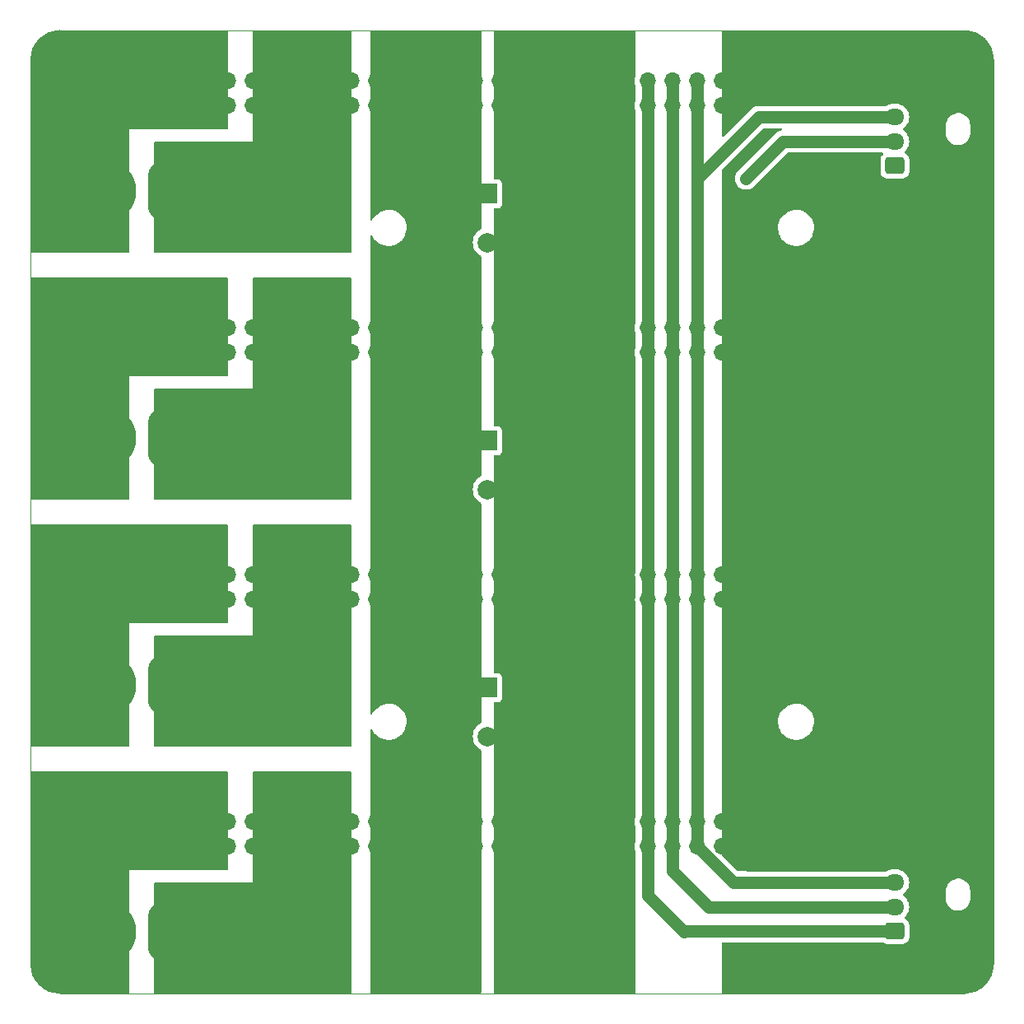
<source format=gbr>
%TF.GenerationSoftware,KiCad,Pcbnew,7.0.5*%
%TF.CreationDate,2024-03-07T10:01:45+09:00*%
%TF.ProjectId,blackMD_mother,626c6163-6b4d-4445-9f6d-6f746865722e,rev?*%
%TF.SameCoordinates,Original*%
%TF.FileFunction,Copper,L1,Top*%
%TF.FilePolarity,Positive*%
%FSLAX46Y46*%
G04 Gerber Fmt 4.6, Leading zero omitted, Abs format (unit mm)*
G04 Created by KiCad (PCBNEW 7.0.5) date 2024-03-07 10:01:45*
%MOMM*%
%LPD*%
G01*
G04 APERTURE LIST*
G04 Aperture macros list*
%AMRoundRect*
0 Rectangle with rounded corners*
0 $1 Rounding radius*
0 $2 $3 $4 $5 $6 $7 $8 $9 X,Y pos of 4 corners*
0 Add a 4 corners polygon primitive as box body*
4,1,4,$2,$3,$4,$5,$6,$7,$8,$9,$2,$3,0*
0 Add four circle primitives for the rounded corners*
1,1,$1+$1,$2,$3*
1,1,$1+$1,$4,$5*
1,1,$1+$1,$6,$7*
1,1,$1+$1,$8,$9*
0 Add four rect primitives between the rounded corners*
20,1,$1+$1,$2,$3,$4,$5,0*
20,1,$1+$1,$4,$5,$6,$7,0*
20,1,$1+$1,$6,$7,$8,$9,0*
20,1,$1+$1,$8,$9,$2,$3,0*%
G04 Aperture macros list end*
%TA.AperFunction,ComponentPad*%
%ADD10O,1.950000X1.700000*%
%TD*%
%TA.AperFunction,ComponentPad*%
%ADD11RoundRect,0.250000X0.725000X-0.600000X0.725000X0.600000X-0.725000X0.600000X-0.725000X-0.600000X0*%
%TD*%
%TA.AperFunction,ComponentPad*%
%ADD12RoundRect,1.500000X1.500000X1.500000X-1.500000X1.500000X-1.500000X-1.500000X1.500000X-1.500000X0*%
%TD*%
%TA.AperFunction,ComponentPad*%
%ADD13C,6.000000*%
%TD*%
%TA.AperFunction,ComponentPad*%
%ADD14O,1.700000X1.700000*%
%TD*%
%TA.AperFunction,ComponentPad*%
%ADD15R,1.700000X1.700000*%
%TD*%
%TA.AperFunction,ComponentPad*%
%ADD16R,2.000000X2.000000*%
%TD*%
%TA.AperFunction,ComponentPad*%
%ADD17C,2.000000*%
%TD*%
%TA.AperFunction,ViaPad*%
%ADD18C,0.800000*%
%TD*%
%TA.AperFunction,Conductor*%
%ADD19C,1.270000*%
%TD*%
%TA.AperFunction,Profile*%
%ADD20C,0.100000*%
%TD*%
G04 APERTURE END LIST*
D10*
%TO.P,I2C2,4,Pin_4*%
%TO.N,GND*%
X181691323Y-61020000D03*
%TO.P,I2C2,3,Pin_3*%
%TO.N,SDA*%
X181691323Y-63520000D03*
%TO.P,I2C2,2,Pin_2*%
%TO.N,SCL*%
X181691323Y-66020000D03*
D11*
%TO.P,I2C2,1,Pin_1*%
%TO.N,+5V*%
X181691323Y-68520000D03*
%TD*%
D12*
%TO.P,MotorOUT3,1,Pin_1*%
%TO.N,Motor_3B*%
X107821323Y-121920000D03*
D13*
%TO.P,MotorOUT3,2,Pin_2*%
%TO.N,Motor_3A*%
X100621323Y-121920000D03*
%TD*%
D14*
%TO.P,MD3,50,Pin_50*%
%TO.N,GND*%
X163941323Y-113164677D03*
%TO.P,MD3,49,Pin_49*%
X163941323Y-110624677D03*
%TO.P,MD3,48,Pin_48*%
%TO.N,SDA*%
X161401323Y-113164677D03*
%TO.P,MD3,47,Pin_47*%
X161401323Y-110624677D03*
%TO.P,MD3,46,Pin_46*%
%TO.N,SCL*%
X158861323Y-113164677D03*
%TO.P,MD3,45,Pin_45*%
X158861323Y-110624677D03*
%TO.P,MD3,44,Pin_44*%
%TO.N,+5V*%
X156321323Y-113164677D03*
%TO.P,MD3,43,Pin_43*%
X156321323Y-110624677D03*
%TO.P,MD3,42,Pin_42*%
%TO.N,GNDPWR*%
X153781323Y-113164677D03*
%TO.P,MD3,41,Pin_41*%
X153781323Y-110624677D03*
%TO.P,MD3,40,Pin_40*%
X151241323Y-113164677D03*
%TO.P,MD3,39,Pin_39*%
X151241323Y-110624677D03*
%TO.P,MD3,38,Pin_38*%
X148701323Y-113164677D03*
%TO.P,MD3,37,Pin_37*%
X148701323Y-110624677D03*
%TO.P,MD3,36,Pin_36*%
X146161323Y-113164677D03*
%TO.P,MD3,35,Pin_35*%
X146161323Y-110624677D03*
%TO.P,MD3,34,Pin_34*%
X143621323Y-113164677D03*
%TO.P,MD3,33,Pin_33*%
X143621323Y-110624677D03*
%TO.P,MD3,32,Pin_32*%
X141081323Y-113164677D03*
%TO.P,MD3,31,Pin_31*%
X141081323Y-110624677D03*
%TO.P,MD3,30,Pin_30*%
%TO.N,+12V*%
X138541323Y-113164677D03*
%TO.P,MD3,29,Pin_29*%
X138541323Y-110624677D03*
%TO.P,MD3,28,Pin_28*%
X136001323Y-113164677D03*
%TO.P,MD3,27,Pin_27*%
X136001323Y-110624677D03*
%TO.P,MD3,26,Pin_26*%
X133461323Y-113164677D03*
%TO.P,MD3,25,Pin_25*%
X133461323Y-110624677D03*
%TO.P,MD3,24,Pin_24*%
X130921323Y-113164677D03*
%TO.P,MD3,23,Pin_23*%
X130921323Y-110624677D03*
%TO.P,MD3,22,Pin_22*%
X128381323Y-113164677D03*
%TO.P,MD3,21,Pin_21*%
X128381323Y-110624677D03*
%TO.P,MD3,20,Pin_20*%
%TO.N,Motor_3B*%
X125841323Y-113164677D03*
%TO.P,MD3,19,Pin_19*%
X125841323Y-110624677D03*
%TO.P,MD3,18,Pin_18*%
X123301323Y-113164677D03*
%TO.P,MD3,17,Pin_17*%
X123301323Y-110624677D03*
%TO.P,MD3,16,Pin_16*%
X120761323Y-113164677D03*
%TO.P,MD3,15,Pin_15*%
X120761323Y-110624677D03*
%TO.P,MD3,14,Pin_14*%
X118221323Y-113164677D03*
%TO.P,MD3,13,Pin_13*%
X118221323Y-110624677D03*
%TO.P,MD3,12,Pin_12*%
X115681323Y-113164677D03*
%TO.P,MD3,11,Pin_11*%
X115681323Y-110624677D03*
%TO.P,MD3,10,Pin_10*%
%TO.N,Motor_3A*%
X113141323Y-113164677D03*
%TO.P,MD3,9,Pin_9*%
X113141323Y-110624677D03*
%TO.P,MD3,8,Pin_8*%
X110601323Y-113164677D03*
%TO.P,MD3,7,Pin_7*%
X110601323Y-110624677D03*
%TO.P,MD3,6,Pin_6*%
X108061323Y-113164677D03*
%TO.P,MD3,5,Pin_5*%
X108061323Y-110624677D03*
%TO.P,MD3,4,Pin_4*%
X105521323Y-113164677D03*
%TO.P,MD3,3,Pin_3*%
X105521323Y-110624677D03*
%TO.P,MD3,2,Pin_2*%
X102981323Y-113164677D03*
D15*
%TO.P,MD3,1,Pin_1*%
X102981323Y-110624677D03*
%TD*%
D13*
%TO.P,MotorOUT1,2,Pin_2*%
%TO.N,Motor_1A*%
X100621323Y-71120000D03*
D12*
%TO.P,MotorOUT1,1,Pin_1*%
%TO.N,Motor_1B*%
X107821323Y-71120000D03*
%TD*%
D13*
%TO.P,J11,2,Pin_2*%
%TO.N,+12V*%
X136181323Y-148724677D03*
D12*
%TO.P,J11,1,Pin_1*%
%TO.N,GNDPWR*%
X143381323Y-148724677D03*
%TD*%
D13*
%TO.P,MotorOUT2,2,Pin_2*%
%TO.N,Motor_2A*%
X100621323Y-96520000D03*
D12*
%TO.P,MotorOUT2,1,Pin_1*%
%TO.N,Motor_2B*%
X107821323Y-96520000D03*
%TD*%
D10*
%TO.P,I2C1,4,Pin_4*%
%TO.N,GND*%
X181691323Y-139760000D03*
%TO.P,I2C1,3,Pin_3*%
%TO.N,SDA*%
X181691323Y-142260000D03*
%TO.P,I2C1,2,Pin_2*%
%TO.N,SCL*%
X181691323Y-144760000D03*
D11*
%TO.P,I2C1,1,Pin_1*%
%TO.N,+5V*%
X181691323Y-147260000D03*
%TD*%
D14*
%TO.P,MD1,50,Pin_50*%
%TO.N,GND*%
X163911323Y-62364677D03*
%TO.P,MD1,49,Pin_49*%
X163911323Y-59824677D03*
%TO.P,MD1,48,Pin_48*%
%TO.N,SDA*%
X161371323Y-62364677D03*
%TO.P,MD1,47,Pin_47*%
X161371323Y-59824677D03*
%TO.P,MD1,46,Pin_46*%
%TO.N,SCL*%
X158831323Y-62364677D03*
%TO.P,MD1,45,Pin_45*%
X158831323Y-59824677D03*
%TO.P,MD1,44,Pin_44*%
%TO.N,+5V*%
X156291323Y-62364677D03*
%TO.P,MD1,43,Pin_43*%
X156291323Y-59824677D03*
%TO.P,MD1,42,Pin_42*%
%TO.N,GNDPWR*%
X153751323Y-62364677D03*
%TO.P,MD1,41,Pin_41*%
X153751323Y-59824677D03*
%TO.P,MD1,40,Pin_40*%
X151211323Y-62364677D03*
%TO.P,MD1,39,Pin_39*%
X151211323Y-59824677D03*
%TO.P,MD1,38,Pin_38*%
X148671323Y-62364677D03*
%TO.P,MD1,37,Pin_37*%
X148671323Y-59824677D03*
%TO.P,MD1,36,Pin_36*%
X146131323Y-62364677D03*
%TO.P,MD1,35,Pin_35*%
X146131323Y-59824677D03*
%TO.P,MD1,34,Pin_34*%
X143591323Y-62364677D03*
%TO.P,MD1,33,Pin_33*%
X143591323Y-59824677D03*
%TO.P,MD1,32,Pin_32*%
X141051323Y-62364677D03*
%TO.P,MD1,31,Pin_31*%
X141051323Y-59824677D03*
%TO.P,MD1,30,Pin_30*%
%TO.N,+12V*%
X138511323Y-62364677D03*
%TO.P,MD1,29,Pin_29*%
X138511323Y-59824677D03*
%TO.P,MD1,28,Pin_28*%
X135971323Y-62364677D03*
%TO.P,MD1,27,Pin_27*%
X135971323Y-59824677D03*
%TO.P,MD1,26,Pin_26*%
X133431323Y-62364677D03*
%TO.P,MD1,25,Pin_25*%
X133431323Y-59824677D03*
%TO.P,MD1,24,Pin_24*%
X130891323Y-62364677D03*
%TO.P,MD1,23,Pin_23*%
X130891323Y-59824677D03*
%TO.P,MD1,22,Pin_22*%
X128351323Y-62364677D03*
%TO.P,MD1,21,Pin_21*%
X128351323Y-59824677D03*
%TO.P,MD1,20,Pin_20*%
%TO.N,Motor_1B*%
X125811323Y-62364677D03*
%TO.P,MD1,19,Pin_19*%
X125811323Y-59824677D03*
%TO.P,MD1,18,Pin_18*%
X123271323Y-62364677D03*
%TO.P,MD1,17,Pin_17*%
X123271323Y-59824677D03*
%TO.P,MD1,16,Pin_16*%
X120731323Y-62364677D03*
%TO.P,MD1,15,Pin_15*%
X120731323Y-59824677D03*
%TO.P,MD1,14,Pin_14*%
X118191323Y-62364677D03*
%TO.P,MD1,13,Pin_13*%
X118191323Y-59824677D03*
%TO.P,MD1,12,Pin_12*%
X115651323Y-62364677D03*
%TO.P,MD1,11,Pin_11*%
X115651323Y-59824677D03*
%TO.P,MD1,10,Pin_10*%
%TO.N,Motor_1A*%
X113111323Y-62364677D03*
%TO.P,MD1,9,Pin_9*%
X113111323Y-59824677D03*
%TO.P,MD1,8,Pin_8*%
X110571323Y-62364677D03*
%TO.P,MD1,7,Pin_7*%
X110571323Y-59824677D03*
%TO.P,MD1,6,Pin_6*%
X108031323Y-62364677D03*
%TO.P,MD1,5,Pin_5*%
X108031323Y-59824677D03*
%TO.P,MD1,4,Pin_4*%
X105491323Y-62364677D03*
%TO.P,MD1,3,Pin_3*%
X105491323Y-59824677D03*
%TO.P,MD1,2,Pin_2*%
X102951323Y-62364677D03*
D15*
%TO.P,MD1,1,Pin_1*%
X102951323Y-59824677D03*
%TD*%
D16*
%TO.P,C2,1*%
%TO.N,+12V*%
X139781323Y-96827000D03*
D17*
%TO.P,C2,2*%
%TO.N,GNDPWR*%
X139781323Y-101827000D03*
%TD*%
D16*
%TO.P,C3,1*%
%TO.N,+12V*%
X139781323Y-71427000D03*
D17*
%TO.P,C3,2*%
%TO.N,GNDPWR*%
X139781323Y-76427000D03*
%TD*%
D14*
%TO.P,MD2,50,Pin_50*%
%TO.N,GND*%
X163911323Y-87764677D03*
%TO.P,MD2,49,Pin_49*%
X163911323Y-85224677D03*
%TO.P,MD2,48,Pin_48*%
%TO.N,SDA*%
X161371323Y-87764677D03*
%TO.P,MD2,47,Pin_47*%
X161371323Y-85224677D03*
%TO.P,MD2,46,Pin_46*%
%TO.N,SCL*%
X158831323Y-87764677D03*
%TO.P,MD2,45,Pin_45*%
X158831323Y-85224677D03*
%TO.P,MD2,44,Pin_44*%
%TO.N,+5V*%
X156291323Y-87764677D03*
%TO.P,MD2,43,Pin_43*%
X156291323Y-85224677D03*
%TO.P,MD2,42,Pin_42*%
%TO.N,GNDPWR*%
X153751323Y-87764677D03*
%TO.P,MD2,41,Pin_41*%
X153751323Y-85224677D03*
%TO.P,MD2,40,Pin_40*%
X151211323Y-87764677D03*
%TO.P,MD2,39,Pin_39*%
X151211323Y-85224677D03*
%TO.P,MD2,38,Pin_38*%
X148671323Y-87764677D03*
%TO.P,MD2,37,Pin_37*%
X148671323Y-85224677D03*
%TO.P,MD2,36,Pin_36*%
X146131323Y-87764677D03*
%TO.P,MD2,35,Pin_35*%
X146131323Y-85224677D03*
%TO.P,MD2,34,Pin_34*%
X143591323Y-87764677D03*
%TO.P,MD2,33,Pin_33*%
X143591323Y-85224677D03*
%TO.P,MD2,32,Pin_32*%
X141051323Y-87764677D03*
%TO.P,MD2,31,Pin_31*%
X141051323Y-85224677D03*
%TO.P,MD2,30,Pin_30*%
%TO.N,+12V*%
X138511323Y-87764677D03*
%TO.P,MD2,29,Pin_29*%
X138511323Y-85224677D03*
%TO.P,MD2,28,Pin_28*%
X135971323Y-87764677D03*
%TO.P,MD2,27,Pin_27*%
X135971323Y-85224677D03*
%TO.P,MD2,26,Pin_26*%
X133431323Y-87764677D03*
%TO.P,MD2,25,Pin_25*%
X133431323Y-85224677D03*
%TO.P,MD2,24,Pin_24*%
X130891323Y-87764677D03*
%TO.P,MD2,23,Pin_23*%
X130891323Y-85224677D03*
%TO.P,MD2,22,Pin_22*%
X128351323Y-87764677D03*
%TO.P,MD2,21,Pin_21*%
X128351323Y-85224677D03*
%TO.P,MD2,20,Pin_20*%
%TO.N,Motor_2B*%
X125811323Y-87764677D03*
%TO.P,MD2,19,Pin_19*%
X125811323Y-85224677D03*
%TO.P,MD2,18,Pin_18*%
X123271323Y-87764677D03*
%TO.P,MD2,17,Pin_17*%
X123271323Y-85224677D03*
%TO.P,MD2,16,Pin_16*%
X120731323Y-87764677D03*
%TO.P,MD2,15,Pin_15*%
X120731323Y-85224677D03*
%TO.P,MD2,14,Pin_14*%
X118191323Y-87764677D03*
%TO.P,MD2,13,Pin_13*%
X118191323Y-85224677D03*
%TO.P,MD2,12,Pin_12*%
X115651323Y-87764677D03*
%TO.P,MD2,11,Pin_11*%
X115651323Y-85224677D03*
%TO.P,MD2,10,Pin_10*%
%TO.N,Motor_2A*%
X113111323Y-87764677D03*
%TO.P,MD2,9,Pin_9*%
X113111323Y-85224677D03*
%TO.P,MD2,8,Pin_8*%
X110571323Y-87764677D03*
%TO.P,MD2,7,Pin_7*%
X110571323Y-85224677D03*
%TO.P,MD2,6,Pin_6*%
X108031323Y-87764677D03*
%TO.P,MD2,5,Pin_5*%
X108031323Y-85224677D03*
%TO.P,MD2,4,Pin_4*%
X105491323Y-87764677D03*
%TO.P,MD2,3,Pin_3*%
X105491323Y-85224677D03*
%TO.P,MD2,2,Pin_2*%
X102951323Y-87764677D03*
D15*
%TO.P,MD2,1,Pin_1*%
X102951323Y-85224677D03*
%TD*%
D16*
%TO.P,C1,1*%
%TO.N,+12V*%
X139781323Y-122227000D03*
D17*
%TO.P,C1,2*%
%TO.N,GNDPWR*%
X139781323Y-127227000D03*
%TD*%
D12*
%TO.P,MotorOUT4,1,Pin_1*%
%TO.N,Motor_4B*%
X107821323Y-147320000D03*
D13*
%TO.P,MotorOUT4,2,Pin_2*%
%TO.N,Motor_4A*%
X100621323Y-147320000D03*
%TD*%
D14*
%TO.P,MD4,50,Pin_50*%
%TO.N,GND*%
X163911323Y-138564677D03*
%TO.P,MD4,49,Pin_49*%
X163911323Y-136024677D03*
%TO.P,MD4,48,Pin_48*%
%TO.N,SDA*%
X161371323Y-138564677D03*
%TO.P,MD4,47,Pin_47*%
X161371323Y-136024677D03*
%TO.P,MD4,46,Pin_46*%
%TO.N,SCL*%
X158831323Y-138564677D03*
%TO.P,MD4,45,Pin_45*%
X158831323Y-136024677D03*
%TO.P,MD4,44,Pin_44*%
%TO.N,+5V*%
X156291323Y-138564677D03*
%TO.P,MD4,43,Pin_43*%
X156291323Y-136024677D03*
%TO.P,MD4,42,Pin_42*%
%TO.N,GNDPWR*%
X153751323Y-138564677D03*
%TO.P,MD4,41,Pin_41*%
X153751323Y-136024677D03*
%TO.P,MD4,40,Pin_40*%
X151211323Y-138564677D03*
%TO.P,MD4,39,Pin_39*%
X151211323Y-136024677D03*
%TO.P,MD4,38,Pin_38*%
X148671323Y-138564677D03*
%TO.P,MD4,37,Pin_37*%
X148671323Y-136024677D03*
%TO.P,MD4,36,Pin_36*%
X146131323Y-138564677D03*
%TO.P,MD4,35,Pin_35*%
X146131323Y-136024677D03*
%TO.P,MD4,34,Pin_34*%
X143591323Y-138564677D03*
%TO.P,MD4,33,Pin_33*%
X143591323Y-136024677D03*
%TO.P,MD4,32,Pin_32*%
X141051323Y-138564677D03*
%TO.P,MD4,31,Pin_31*%
X141051323Y-136024677D03*
%TO.P,MD4,30,Pin_30*%
%TO.N,+12V*%
X138511323Y-138564677D03*
%TO.P,MD4,29,Pin_29*%
X138511323Y-136024677D03*
%TO.P,MD4,28,Pin_28*%
X135971323Y-138564677D03*
%TO.P,MD4,27,Pin_27*%
X135971323Y-136024677D03*
%TO.P,MD4,26,Pin_26*%
X133431323Y-138564677D03*
%TO.P,MD4,25,Pin_25*%
X133431323Y-136024677D03*
%TO.P,MD4,24,Pin_24*%
X130891323Y-138564677D03*
%TO.P,MD4,23,Pin_23*%
X130891323Y-136024677D03*
%TO.P,MD4,22,Pin_22*%
X128351323Y-138564677D03*
%TO.P,MD4,21,Pin_21*%
X128351323Y-136024677D03*
%TO.P,MD4,20,Pin_20*%
%TO.N,Motor_4B*%
X125811323Y-138564677D03*
%TO.P,MD4,19,Pin_19*%
X125811323Y-136024677D03*
%TO.P,MD4,18,Pin_18*%
X123271323Y-138564677D03*
%TO.P,MD4,17,Pin_17*%
X123271323Y-136024677D03*
%TO.P,MD4,16,Pin_16*%
X120731323Y-138564677D03*
%TO.P,MD4,15,Pin_15*%
X120731323Y-136024677D03*
%TO.P,MD4,14,Pin_14*%
X118191323Y-138564677D03*
%TO.P,MD4,13,Pin_13*%
X118191323Y-136024677D03*
%TO.P,MD4,12,Pin_12*%
X115651323Y-138564677D03*
%TO.P,MD4,11,Pin_11*%
X115651323Y-136024677D03*
%TO.P,MD4,10,Pin_10*%
%TO.N,Motor_4A*%
X113111323Y-138564677D03*
%TO.P,MD4,9,Pin_9*%
X113111323Y-136024677D03*
%TO.P,MD4,8,Pin_8*%
X110571323Y-138564677D03*
%TO.P,MD4,7,Pin_7*%
X110571323Y-136024677D03*
%TO.P,MD4,6,Pin_6*%
X108031323Y-138564677D03*
%TO.P,MD4,5,Pin_5*%
X108031323Y-136024677D03*
%TO.P,MD4,4,Pin_4*%
X105491323Y-138564677D03*
%TO.P,MD4,3,Pin_3*%
X105491323Y-136024677D03*
%TO.P,MD4,2,Pin_2*%
X102951323Y-138564677D03*
D15*
%TO.P,MD4,1,Pin_1*%
X102951323Y-136024677D03*
%TD*%
D18*
%TO.N,SCL*%
X167640000Y-68580000D03*
X158750000Y-78740000D03*
X158750000Y-81280000D03*
X158750000Y-80010000D03*
X166370000Y-69850000D03*
X168910000Y-67310000D03*
%TD*%
D19*
%TO.N,+5V*%
X156291323Y-143591323D02*
X156291323Y-138564677D01*
X156291323Y-136024677D02*
X156291323Y-59824677D01*
X160020000Y-147320000D02*
X156291323Y-143591323D01*
X156291323Y-138564677D02*
X156291323Y-136024677D01*
X160080000Y-147260000D02*
X160020000Y-147320000D01*
X181691323Y-147260000D02*
X160080000Y-147260000D01*
%TO.N,SDA*%
X181691323Y-63520000D02*
X167701323Y-63520000D01*
X167701323Y-63520000D02*
X161371323Y-69850000D01*
X166390000Y-142260000D02*
X166370000Y-142240000D01*
X166370000Y-142240000D02*
X165046646Y-142240000D01*
X165046646Y-142240000D02*
X161371323Y-138564677D01*
X161371323Y-138564677D02*
X161371323Y-69850000D01*
X181691323Y-142260000D02*
X166390000Y-142260000D01*
X161371323Y-69850000D02*
X161371323Y-59824677D01*
%TO.N,SCL*%
X167640000Y-68580000D02*
X166370000Y-69850000D01*
X158831323Y-59824677D02*
X158831323Y-81361323D01*
X168910000Y-67310000D02*
X167640000Y-68580000D01*
X158831323Y-138564677D02*
X158831323Y-141051323D01*
X162560000Y-144780000D02*
X162580000Y-144760000D01*
X170200000Y-66020000D02*
X168910000Y-67310000D01*
X158831323Y-141051323D02*
X162560000Y-144780000D01*
X162580000Y-144760000D02*
X181691323Y-144760000D01*
X181691323Y-66020000D02*
X170200000Y-66020000D01*
X158831323Y-81361323D02*
X158831323Y-138564677D01*
%TD*%
%TA.AperFunction,Conductor*%
%TO.N,Motor_1A*%
G36*
X113054362Y-54630185D02*
G01*
X113100117Y-54682989D01*
X113111323Y-54734500D01*
X113111323Y-64646000D01*
X113091638Y-64713039D01*
X113038834Y-64758794D01*
X112987323Y-64770000D01*
X102951323Y-64770000D01*
X102951323Y-77346000D01*
X102931638Y-77413039D01*
X102878834Y-77458794D01*
X102827323Y-77470000D01*
X92915823Y-77470000D01*
X92848784Y-77450315D01*
X92803029Y-77397511D01*
X92791823Y-77346000D01*
X92791823Y-57611622D01*
X92791908Y-57608377D01*
X92798819Y-57476505D01*
X92809126Y-57292985D01*
X92809790Y-57286773D01*
X92833930Y-57134357D01*
X92861545Y-56971826D01*
X92862778Y-56966183D01*
X92903754Y-56813260D01*
X92948410Y-56658257D01*
X92950086Y-56653259D01*
X93007204Y-56504462D01*
X93007719Y-56503171D01*
X93068689Y-56355979D01*
X93070706Y-56351603D01*
X93143385Y-56208963D01*
X93144343Y-56207162D01*
X93220962Y-56068531D01*
X93223208Y-56064787D01*
X93310659Y-55930124D01*
X93311998Y-55928153D01*
X93403506Y-55799185D01*
X93405801Y-55796161D01*
X93506993Y-55671199D01*
X93508846Y-55669021D01*
X93614090Y-55551255D01*
X93616390Y-55548821D01*
X93730140Y-55435072D01*
X93732574Y-55432771D01*
X93850300Y-55327566D01*
X93852541Y-55325658D01*
X93977470Y-55224494D01*
X93980538Y-55222167D01*
X94109514Y-55130655D01*
X94111436Y-55129351D01*
X94246089Y-55041907D01*
X94249837Y-55039658D01*
X94388525Y-54963009D01*
X94390328Y-54962052D01*
X94532911Y-54889403D01*
X94537305Y-54887377D01*
X94684558Y-54826384D01*
X94685769Y-54825901D01*
X94834576Y-54768780D01*
X94839558Y-54767110D01*
X94994623Y-54722437D01*
X95147508Y-54681473D01*
X95153132Y-54680243D01*
X95315648Y-54652631D01*
X95468098Y-54628487D01*
X95474305Y-54627822D01*
X95654282Y-54617703D01*
X95790144Y-54610584D01*
X95793379Y-54610500D01*
X112987323Y-54610500D01*
X113054362Y-54630185D01*
G37*
%TD.AperFunction*%
%TD*%
%TA.AperFunction,Conductor*%
%TO.N,Motor_2A*%
G36*
X113054362Y-80029685D02*
G01*
X113100117Y-80082489D01*
X113111323Y-80134000D01*
X113111323Y-90046000D01*
X113091638Y-90113039D01*
X113038834Y-90158794D01*
X112987323Y-90170000D01*
X102951323Y-90170000D01*
X102951323Y-102746000D01*
X102931638Y-102813039D01*
X102878834Y-102858794D01*
X102827323Y-102870000D01*
X92915823Y-102870000D01*
X92848784Y-102850315D01*
X92803029Y-102797511D01*
X92791823Y-102746000D01*
X92791823Y-80134000D01*
X92811508Y-80066961D01*
X92864312Y-80021206D01*
X92915823Y-80010000D01*
X112987323Y-80010000D01*
X113054362Y-80029685D01*
G37*
%TD.AperFunction*%
%TD*%
%TA.AperFunction,Conductor*%
%TO.N,Motor_1B*%
G36*
X125754362Y-54630185D02*
G01*
X125800117Y-54682989D01*
X125811323Y-54734500D01*
X125811323Y-77346000D01*
X125791638Y-77413039D01*
X125738834Y-77458794D01*
X125687323Y-77470000D01*
X105615323Y-77470000D01*
X105548284Y-77450315D01*
X105502529Y-77397511D01*
X105491323Y-77346000D01*
X105491323Y-66164000D01*
X105511008Y-66096961D01*
X105563812Y-66051206D01*
X105615323Y-66040000D01*
X115651323Y-66040000D01*
X115651323Y-54734500D01*
X115671008Y-54667461D01*
X115723812Y-54621706D01*
X115775323Y-54610500D01*
X125687323Y-54610500D01*
X125754362Y-54630185D01*
G37*
%TD.AperFunction*%
%TD*%
%TA.AperFunction,Conductor*%
%TO.N,Motor_4B*%
G36*
X125754362Y-130829685D02*
G01*
X125800117Y-130882489D01*
X125811323Y-130934000D01*
X125811323Y-153545500D01*
X125791638Y-153612539D01*
X125738834Y-153658294D01*
X125687323Y-153669500D01*
X105615323Y-153669500D01*
X105548284Y-153649815D01*
X105502529Y-153597011D01*
X105491323Y-153545500D01*
X105491323Y-142364000D01*
X105511008Y-142296961D01*
X105563812Y-142251206D01*
X105615323Y-142240000D01*
X115651322Y-142240000D01*
X115651323Y-142240000D01*
X115651323Y-130933999D01*
X115671008Y-130866961D01*
X115723812Y-130821206D01*
X115775323Y-130810000D01*
X125687323Y-130810000D01*
X125754362Y-130829685D01*
G37*
%TD.AperFunction*%
%TD*%
%TA.AperFunction,Conductor*%
%TO.N,Motor_3B*%
G36*
X125754362Y-105429685D02*
G01*
X125800117Y-105482489D01*
X125811323Y-105534000D01*
X125811323Y-128146000D01*
X125791638Y-128213039D01*
X125738834Y-128258794D01*
X125687323Y-128270000D01*
X105615323Y-128270000D01*
X105548284Y-128250315D01*
X105502529Y-128197511D01*
X105491323Y-128146000D01*
X105491323Y-116964000D01*
X105511008Y-116896961D01*
X105563812Y-116851206D01*
X105615323Y-116840000D01*
X115651322Y-116840000D01*
X115651323Y-116840000D01*
X115651323Y-105533999D01*
X115671008Y-105466961D01*
X115723812Y-105421206D01*
X115775323Y-105410000D01*
X125687323Y-105410000D01*
X125754362Y-105429685D01*
G37*
%TD.AperFunction*%
%TD*%
%TA.AperFunction,Conductor*%
%TO.N,Motor_3A*%
G36*
X113054362Y-105429685D02*
G01*
X113100117Y-105482489D01*
X113111323Y-105534000D01*
X113111323Y-115446000D01*
X113091638Y-115513039D01*
X113038834Y-115558794D01*
X112987323Y-115570000D01*
X102951323Y-115570000D01*
X102951323Y-128146000D01*
X102931638Y-128213039D01*
X102878834Y-128258794D01*
X102827323Y-128270000D01*
X92915823Y-128270000D01*
X92848784Y-128250315D01*
X92803029Y-128197511D01*
X92791823Y-128146000D01*
X92791823Y-105534000D01*
X92811508Y-105466961D01*
X92864312Y-105421206D01*
X92915823Y-105410000D01*
X112987323Y-105410000D01*
X113054362Y-105429685D01*
G37*
%TD.AperFunction*%
%TD*%
%TA.AperFunction,Conductor*%
%TO.N,GNDPWR*%
G36*
X154964362Y-54630185D02*
G01*
X155010117Y-54682989D01*
X155021323Y-54734500D01*
X155021323Y-59330121D01*
X155017098Y-59362214D01*
X154956261Y-59589263D01*
X154956259Y-59589273D01*
X154935664Y-59824676D01*
X154935664Y-59824677D01*
X154956259Y-60060080D01*
X154956260Y-60060085D01*
X155017098Y-60287140D01*
X155021323Y-60319229D01*
X155021323Y-61870121D01*
X155017098Y-61902214D01*
X154956261Y-62129263D01*
X154956259Y-62129273D01*
X154935664Y-62364676D01*
X154935664Y-62364677D01*
X154956259Y-62600080D01*
X154956260Y-62600085D01*
X155017098Y-62827140D01*
X155021323Y-62859229D01*
X155021323Y-84730121D01*
X155017098Y-84762214D01*
X154956261Y-84989263D01*
X154956259Y-84989273D01*
X154935664Y-85224676D01*
X154935664Y-85224677D01*
X154956259Y-85460080D01*
X154956260Y-85460085D01*
X155017098Y-85687140D01*
X155021323Y-85719229D01*
X155021323Y-87270121D01*
X155017098Y-87302214D01*
X154956261Y-87529263D01*
X154956259Y-87529273D01*
X154935664Y-87764676D01*
X154935664Y-87764677D01*
X154956259Y-88000080D01*
X154956260Y-88000085D01*
X155017098Y-88227140D01*
X155021323Y-88259229D01*
X155021323Y-110242085D01*
X155017098Y-110274178D01*
X154986261Y-110389263D01*
X154986259Y-110389273D01*
X154965664Y-110624676D01*
X154965664Y-110624677D01*
X154986259Y-110860080D01*
X154986261Y-110860089D01*
X155017098Y-110975174D01*
X155021323Y-111007267D01*
X155021323Y-112782085D01*
X155017098Y-112814178D01*
X154986261Y-112929263D01*
X154986259Y-112929273D01*
X154965664Y-113164676D01*
X154965664Y-113164677D01*
X154986259Y-113400080D01*
X154986261Y-113400089D01*
X155017098Y-113515174D01*
X155021323Y-113547267D01*
X155021323Y-135530121D01*
X155017098Y-135562214D01*
X154956261Y-135789263D01*
X154956259Y-135789273D01*
X154935664Y-136024676D01*
X154935664Y-136024677D01*
X154956259Y-136260080D01*
X154956260Y-136260085D01*
X155017098Y-136487140D01*
X155021323Y-136519229D01*
X155021323Y-138070121D01*
X155017098Y-138102214D01*
X154956261Y-138329263D01*
X154956259Y-138329273D01*
X154935664Y-138564676D01*
X154935664Y-138564677D01*
X154956259Y-138800080D01*
X154956260Y-138800085D01*
X155017098Y-139027140D01*
X155021323Y-139059229D01*
X155021323Y-153545500D01*
X155001638Y-153612539D01*
X154948834Y-153658294D01*
X154897323Y-153669500D01*
X140540323Y-153669500D01*
X140473284Y-153649815D01*
X140427529Y-153597011D01*
X140416323Y-153545500D01*
X140416323Y-123851499D01*
X140436008Y-123784460D01*
X140488812Y-123738705D01*
X140540322Y-123727499D01*
X140829195Y-123727499D01*
X140888806Y-123721091D01*
X141023654Y-123670796D01*
X141138869Y-123584546D01*
X141225119Y-123469331D01*
X141275414Y-123334483D01*
X141281823Y-123274873D01*
X141281822Y-121179128D01*
X141275414Y-121119517D01*
X141225119Y-120984669D01*
X141225118Y-120984668D01*
X141225116Y-120984664D01*
X141138870Y-120869455D01*
X141138867Y-120869452D01*
X141023658Y-120783206D01*
X141023651Y-120783202D01*
X140888805Y-120732908D01*
X140888806Y-120732908D01*
X140829206Y-120726501D01*
X140829204Y-120726500D01*
X140829196Y-120726500D01*
X140829188Y-120726500D01*
X140540323Y-120726500D01*
X140473284Y-120706815D01*
X140427529Y-120654011D01*
X140416323Y-120602500D01*
X140416323Y-98451499D01*
X140436008Y-98384460D01*
X140488812Y-98338705D01*
X140540322Y-98327499D01*
X140829195Y-98327499D01*
X140888806Y-98321091D01*
X141023654Y-98270796D01*
X141138869Y-98184546D01*
X141225119Y-98069331D01*
X141275414Y-97934483D01*
X141281823Y-97874873D01*
X141281822Y-95779128D01*
X141275414Y-95719517D01*
X141225119Y-95584669D01*
X141225118Y-95584668D01*
X141225116Y-95584664D01*
X141138870Y-95469455D01*
X141138867Y-95469452D01*
X141023658Y-95383206D01*
X141023651Y-95383202D01*
X140888805Y-95332908D01*
X140888806Y-95332908D01*
X140829206Y-95326501D01*
X140829204Y-95326500D01*
X140829196Y-95326500D01*
X140829188Y-95326500D01*
X140540323Y-95326500D01*
X140473284Y-95306815D01*
X140427529Y-95254011D01*
X140416323Y-95202500D01*
X140416323Y-73051499D01*
X140436008Y-72984460D01*
X140488812Y-72938705D01*
X140540322Y-72927499D01*
X140829195Y-72927499D01*
X140888806Y-72921091D01*
X141023654Y-72870796D01*
X141138869Y-72784546D01*
X141225119Y-72669331D01*
X141275414Y-72534483D01*
X141281823Y-72474873D01*
X141281822Y-70379128D01*
X141275414Y-70319517D01*
X141225119Y-70184669D01*
X141225118Y-70184668D01*
X141225116Y-70184664D01*
X141138870Y-70069455D01*
X141138867Y-70069452D01*
X141023658Y-69983206D01*
X141023651Y-69983202D01*
X140888805Y-69932908D01*
X140888806Y-69932908D01*
X140829206Y-69926501D01*
X140829204Y-69926500D01*
X140829196Y-69926500D01*
X140829188Y-69926500D01*
X140540323Y-69926500D01*
X140473284Y-69906815D01*
X140427529Y-69854011D01*
X140416323Y-69802500D01*
X140416323Y-54734500D01*
X140436008Y-54667461D01*
X140488812Y-54621706D01*
X140540323Y-54610500D01*
X154897323Y-54610500D01*
X154964362Y-54630185D01*
G37*
%TD.AperFunction*%
%TD*%
%TA.AperFunction,Conductor*%
%TO.N,Motor_2B*%
G36*
X125754362Y-80029685D02*
G01*
X125800117Y-80082489D01*
X125811323Y-80134000D01*
X125811323Y-102746000D01*
X125791638Y-102813039D01*
X125738834Y-102858794D01*
X125687323Y-102870000D01*
X105615323Y-102870000D01*
X105548284Y-102850315D01*
X105502529Y-102797511D01*
X105491323Y-102746000D01*
X105491323Y-91564000D01*
X105511008Y-91496961D01*
X105563812Y-91451206D01*
X105615323Y-91440000D01*
X115651322Y-91440000D01*
X115651323Y-91440000D01*
X115651323Y-80133999D01*
X115671008Y-80066961D01*
X115723812Y-80021206D01*
X115775323Y-80010000D01*
X125687323Y-80010000D01*
X125754362Y-80029685D01*
G37*
%TD.AperFunction*%
%TD*%
%TA.AperFunction,Conductor*%
%TO.N,+12V*%
G36*
X139089362Y-54630185D02*
G01*
X139135117Y-54682989D01*
X139146323Y-54734500D01*
X139146323Y-74990621D01*
X139126638Y-75057660D01*
X139081341Y-75099675D01*
X138957823Y-75166519D01*
X138957817Y-75166523D01*
X138761580Y-75319261D01*
X138593156Y-75502217D01*
X138457149Y-75710393D01*
X138357259Y-75938118D01*
X138296215Y-76179175D01*
X138296213Y-76179187D01*
X138275680Y-76426994D01*
X138275680Y-76427005D01*
X138296213Y-76674812D01*
X138296215Y-76674824D01*
X138357259Y-76915881D01*
X138457149Y-77143606D01*
X138593156Y-77351782D01*
X138593159Y-77351785D01*
X138761579Y-77534738D01*
X138884087Y-77630090D01*
X138957811Y-77687472D01*
X138957815Y-77687475D01*
X138998348Y-77709410D01*
X139081342Y-77754324D01*
X139130931Y-77803541D01*
X139146323Y-77863377D01*
X139146323Y-100390621D01*
X139126638Y-100457660D01*
X139081341Y-100499675D01*
X138957823Y-100566519D01*
X138957817Y-100566523D01*
X138761580Y-100719261D01*
X138593156Y-100902217D01*
X138457149Y-101110393D01*
X138357259Y-101338118D01*
X138296215Y-101579175D01*
X138296213Y-101579187D01*
X138275680Y-101826994D01*
X138275680Y-101827005D01*
X138296213Y-102074812D01*
X138296215Y-102074824D01*
X138357259Y-102315881D01*
X138457149Y-102543606D01*
X138593156Y-102751782D01*
X138593159Y-102751785D01*
X138761579Y-102934738D01*
X138884087Y-103030090D01*
X138957811Y-103087472D01*
X138957815Y-103087475D01*
X138998348Y-103109410D01*
X139081342Y-103154324D01*
X139130931Y-103203541D01*
X139146323Y-103263377D01*
X139146323Y-125790621D01*
X139126638Y-125857660D01*
X139081341Y-125899675D01*
X138957823Y-125966519D01*
X138957817Y-125966523D01*
X138761580Y-126119261D01*
X138593156Y-126302217D01*
X138457149Y-126510393D01*
X138357259Y-126738118D01*
X138296215Y-126979175D01*
X138296213Y-126979187D01*
X138275680Y-127226994D01*
X138275680Y-127227005D01*
X138296213Y-127474812D01*
X138296215Y-127474824D01*
X138357259Y-127715881D01*
X138457149Y-127943606D01*
X138593156Y-128151782D01*
X138593159Y-128151785D01*
X138761579Y-128334738D01*
X138884087Y-128430090D01*
X138957811Y-128487472D01*
X138957815Y-128487475D01*
X138998348Y-128509410D01*
X139081342Y-128554324D01*
X139130931Y-128603541D01*
X139146323Y-128663377D01*
X139146323Y-153545500D01*
X139126638Y-153612539D01*
X139073834Y-153658294D01*
X139022323Y-153669500D01*
X127840323Y-153669500D01*
X127773284Y-153649815D01*
X127727529Y-153597011D01*
X127716323Y-153545500D01*
X127716323Y-126587472D01*
X127736007Y-126520437D01*
X127788811Y-126474682D01*
X127857969Y-126464738D01*
X127921525Y-126493763D01*
X127954444Y-126538978D01*
X127971189Y-126578382D01*
X127971191Y-126578386D01*
X127971193Y-126578390D01*
X127976736Y-126587472D01*
X128112302Y-126809605D01*
X128112309Y-126809615D01*
X128285576Y-127017819D01*
X128285582Y-127017824D01*
X128487321Y-127198582D01*
X128713233Y-127348044D01*
X128958499Y-127463020D01*
X128958506Y-127463022D01*
X128958508Y-127463023D01*
X129217880Y-127541057D01*
X129217887Y-127541058D01*
X129217892Y-127541060D01*
X129485884Y-127580500D01*
X129485889Y-127580500D01*
X129688952Y-127580500D01*
X129688954Y-127580500D01*
X129688959Y-127580499D01*
X129688971Y-127580499D01*
X129726514Y-127577750D01*
X129891479Y-127565677D01*
X130004081Y-127540593D01*
X130155869Y-127506782D01*
X130155871Y-127506781D01*
X130155876Y-127506780D01*
X130408881Y-127410014D01*
X130645100Y-127277441D01*
X130859500Y-127111888D01*
X131047509Y-126916881D01*
X131205122Y-126696579D01*
X131319207Y-126474682D01*
X131328972Y-126455690D01*
X131328974Y-126455684D01*
X131328979Y-126455675D01*
X131416441Y-126199305D01*
X131465642Y-125932933D01*
X131475535Y-125662235D01*
X131445909Y-125392982D01*
X131377395Y-125130912D01*
X131271453Y-124881610D01*
X131130341Y-124650390D01*
X131041070Y-124543119D01*
X130957069Y-124442180D01*
X130957063Y-124442175D01*
X130755325Y-124261418D01*
X130529415Y-124111957D01*
X130529413Y-124111956D01*
X130284147Y-123996980D01*
X130284142Y-123996978D01*
X130284137Y-123996976D01*
X130024765Y-123918942D01*
X130024751Y-123918939D01*
X129909114Y-123901921D01*
X129756762Y-123879500D01*
X129553692Y-123879500D01*
X129553674Y-123879500D01*
X129351167Y-123894323D01*
X129351154Y-123894325D01*
X129086776Y-123953217D01*
X129086769Y-123953220D01*
X128833762Y-124049987D01*
X128597549Y-124182557D01*
X128383145Y-124348112D01*
X128195145Y-124543109D01*
X128195139Y-124543116D01*
X128037525Y-124763419D01*
X128037522Y-124763424D01*
X127950601Y-124932486D01*
X127902441Y-124983107D01*
X127834560Y-124999654D01*
X127768507Y-124976875D01*
X127725256Y-124922001D01*
X127716323Y-124875788D01*
X127716323Y-100390621D01*
X127716323Y-75787472D01*
X127736007Y-75720437D01*
X127788811Y-75674682D01*
X127857969Y-75664738D01*
X127921525Y-75693763D01*
X127954444Y-75738978D01*
X127971189Y-75778382D01*
X127971191Y-75778386D01*
X127971193Y-75778390D01*
X127976736Y-75787472D01*
X128112302Y-76009605D01*
X128112309Y-76009615D01*
X128285576Y-76217819D01*
X128285582Y-76217824D01*
X128487321Y-76398582D01*
X128713233Y-76548044D01*
X128958499Y-76663020D01*
X128958506Y-76663022D01*
X128958508Y-76663023D01*
X129217880Y-76741057D01*
X129217887Y-76741058D01*
X129217892Y-76741060D01*
X129485884Y-76780500D01*
X129485889Y-76780500D01*
X129688952Y-76780500D01*
X129688954Y-76780500D01*
X129688959Y-76780499D01*
X129688971Y-76780499D01*
X129726514Y-76777750D01*
X129891479Y-76765677D01*
X130004081Y-76740593D01*
X130155869Y-76706782D01*
X130155871Y-76706781D01*
X130155876Y-76706780D01*
X130408881Y-76610014D01*
X130645100Y-76477441D01*
X130859500Y-76311888D01*
X131047509Y-76116881D01*
X131205122Y-75896579D01*
X131319207Y-75674682D01*
X131328972Y-75655690D01*
X131328974Y-75655684D01*
X131328979Y-75655675D01*
X131416441Y-75399305D01*
X131465642Y-75132933D01*
X131475535Y-74862235D01*
X131445909Y-74592982D01*
X131377395Y-74330912D01*
X131271453Y-74081610D01*
X131130341Y-73850390D01*
X131041070Y-73743119D01*
X130957069Y-73642180D01*
X130957063Y-73642175D01*
X130755325Y-73461418D01*
X130529415Y-73311957D01*
X130529413Y-73311956D01*
X130284147Y-73196980D01*
X130284142Y-73196978D01*
X130284137Y-73196976D01*
X130024765Y-73118942D01*
X130024751Y-73118939D01*
X129909114Y-73101921D01*
X129756762Y-73079500D01*
X129553692Y-73079500D01*
X129553674Y-73079500D01*
X129351167Y-73094323D01*
X129351154Y-73094325D01*
X129086776Y-73153217D01*
X129086769Y-73153220D01*
X128833762Y-73249987D01*
X128597549Y-73382557D01*
X128383145Y-73548112D01*
X128195145Y-73743109D01*
X128195139Y-73743116D01*
X128037525Y-73963419D01*
X128037522Y-73963424D01*
X127950601Y-74132486D01*
X127902441Y-74183107D01*
X127834560Y-74199654D01*
X127768507Y-74176875D01*
X127725256Y-74122001D01*
X127716323Y-74075788D01*
X127716323Y-54734500D01*
X127736008Y-54667461D01*
X127788812Y-54621706D01*
X127840323Y-54610500D01*
X139022323Y-54610500D01*
X139089362Y-54630185D01*
G37*
%TD.AperFunction*%
%TD*%
%TA.AperFunction,Conductor*%
%TO.N,GND*%
G36*
X188852943Y-54610584D02*
G01*
X188984651Y-54617488D01*
X189168356Y-54627806D01*
X189174539Y-54628468D01*
X189326875Y-54652596D01*
X189340599Y-54654928D01*
X189489523Y-54680232D01*
X189495118Y-54681454D01*
X189648047Y-54722432D01*
X189803037Y-54767086D01*
X189808080Y-54768776D01*
X189956750Y-54825846D01*
X189958232Y-54826438D01*
X190105329Y-54887369D01*
X190109744Y-54889404D01*
X190252302Y-54962042D01*
X190254143Y-54963020D01*
X190392788Y-55039647D01*
X190396553Y-55041906D01*
X190531142Y-55129310D01*
X190533189Y-55130700D01*
X190648527Y-55212538D01*
X190662060Y-55222140D01*
X190665200Y-55224522D01*
X190790065Y-55325636D01*
X190792343Y-55327574D01*
X190910021Y-55432739D01*
X190912536Y-55435115D01*
X191026191Y-55548772D01*
X191028581Y-55551299D01*
X191133725Y-55668956D01*
X191135679Y-55671253D01*
X191236791Y-55796118D01*
X191239173Y-55799259D01*
X191330593Y-55928103D01*
X191332026Y-55930213D01*
X191419397Y-56064754D01*
X191421664Y-56068532D01*
X191498291Y-56207178D01*
X191499269Y-56209022D01*
X191571906Y-56351580D01*
X191573945Y-56356003D01*
X191634864Y-56503073D01*
X191635465Y-56504581D01*
X191692526Y-56653232D01*
X191694221Y-56658289D01*
X191738876Y-56813288D01*
X191779840Y-56966171D01*
X191781077Y-56971835D01*
X191808706Y-57134440D01*
X191832832Y-57286769D01*
X191833498Y-57292991D01*
X191843598Y-57472627D01*
X191843510Y-57472631D01*
X191843625Y-57473098D01*
X191850738Y-57608818D01*
X191850823Y-57612064D01*
X191850823Y-150668376D01*
X191850738Y-150671622D01*
X191843834Y-150803346D01*
X191833519Y-150987014D01*
X191832853Y-150993240D01*
X191808720Y-151145613D01*
X191781101Y-151308166D01*
X191779864Y-151313831D01*
X191738907Y-151466686D01*
X191694239Y-151621728D01*
X191692544Y-151626785D01*
X191635486Y-151775425D01*
X191634885Y-151776932D01*
X191573969Y-151923998D01*
X191571930Y-151928421D01*
X191499282Y-152071001D01*
X191498304Y-152072843D01*
X191421686Y-152211475D01*
X191419419Y-152215254D01*
X191332043Y-152349799D01*
X191330611Y-152351909D01*
X191239184Y-152480763D01*
X191236802Y-152483904D01*
X191135710Y-152608745D01*
X191133756Y-152611041D01*
X191028587Y-152728726D01*
X191026198Y-152731253D01*
X190912565Y-152844887D01*
X190910037Y-152847277D01*
X190792370Y-152952433D01*
X190790074Y-152954386D01*
X190665225Y-153055487D01*
X190662084Y-153057870D01*
X190533222Y-153149302D01*
X190531112Y-153150735D01*
X190396571Y-153238108D01*
X190392793Y-153240375D01*
X190254167Y-153316991D01*
X190252324Y-153317970D01*
X190109746Y-153390618D01*
X190105323Y-153392657D01*
X189958260Y-153453574D01*
X189956752Y-153454176D01*
X189808097Y-153511240D01*
X189803040Y-153512935D01*
X189648051Y-153557588D01*
X189495146Y-153598560D01*
X189489481Y-153599797D01*
X189326912Y-153627419D01*
X189174577Y-153651548D01*
X189168346Y-153652215D01*
X188981077Y-153662720D01*
X188853368Y-153669415D01*
X188850122Y-153669500D01*
X164035323Y-153669500D01*
X163968284Y-153649815D01*
X163922529Y-153597011D01*
X163911323Y-153545500D01*
X163911323Y-148519500D01*
X163931008Y-148452461D01*
X163983812Y-148406706D01*
X164035323Y-148395500D01*
X180389093Y-148395500D01*
X180456132Y-148415185D01*
X180476774Y-148431819D01*
X180497667Y-148452712D01*
X180646989Y-148544814D01*
X180813526Y-148599999D01*
X180916314Y-148610500D01*
X182466331Y-148610499D01*
X182569120Y-148599999D01*
X182735657Y-148544814D01*
X182884979Y-148452712D01*
X183009035Y-148328656D01*
X183101137Y-148179334D01*
X183156322Y-148012797D01*
X183166823Y-147910009D01*
X183166822Y-146609992D01*
X183156322Y-146507203D01*
X183101137Y-146340666D01*
X183009035Y-146191344D01*
X182884979Y-146067288D01*
X182803981Y-146017328D01*
X182730202Y-145971821D01*
X182683478Y-145919873D01*
X182672255Y-145850910D01*
X182700099Y-145786828D01*
X182707618Y-145778601D01*
X182712356Y-145773863D01*
X182854818Y-145631401D01*
X182990358Y-145437830D01*
X183090226Y-145223663D01*
X183151386Y-144995408D01*
X183171982Y-144760000D01*
X183151386Y-144524592D01*
X183090226Y-144296337D01*
X182990358Y-144082171D01*
X182948611Y-144022549D01*
X182909118Y-143966147D01*
X186940822Y-143966147D01*
X186940823Y-143966151D01*
X186955945Y-144134186D01*
X186955946Y-144134192D01*
X187015826Y-144351160D01*
X187015831Y-144351173D01*
X187113490Y-144553966D01*
X187113494Y-144553974D01*
X187245796Y-144736072D01*
X187245797Y-144736074D01*
X187245800Y-144736077D01*
X187245801Y-144736078D01*
X187330970Y-144817508D01*
X187408499Y-144891633D01*
X187596356Y-145015636D01*
X187803327Y-145104100D01*
X187803330Y-145104101D01*
X187803335Y-145104103D01*
X188022786Y-145154191D01*
X188247653Y-145164290D01*
X188470710Y-145134075D01*
X188684787Y-145064517D01*
X188883004Y-144957852D01*
X189058989Y-144817508D01*
X189207088Y-144647996D01*
X189322538Y-144454764D01*
X189401630Y-144244024D01*
X189441823Y-144022547D01*
X189441823Y-143053845D01*
X189426700Y-142885812D01*
X189396387Y-142775976D01*
X189366819Y-142668839D01*
X189366814Y-142668826D01*
X189269155Y-142466033D01*
X189269151Y-142466025D01*
X189136849Y-142283927D01*
X189136848Y-142283925D01*
X189111824Y-142260000D01*
X188974148Y-142128368D01*
X188974146Y-142128366D01*
X188786289Y-142004363D01*
X188579318Y-141915899D01*
X188579305Y-141915895D01*
X188359865Y-141865810D01*
X188359861Y-141865809D01*
X188359860Y-141865809D01*
X188359859Y-141865808D01*
X188359854Y-141865808D01*
X188134997Y-141855710D01*
X188134996Y-141855710D01*
X188134993Y-141855710D01*
X187911936Y-141885925D01*
X187911933Y-141885925D01*
X187911932Y-141885926D01*
X187697857Y-141955483D01*
X187499644Y-142062146D01*
X187499641Y-142062148D01*
X187323659Y-142202489D01*
X187175559Y-142372003D01*
X187060110Y-142565232D01*
X187060109Y-142565234D01*
X186981015Y-142775976D01*
X186940823Y-142997450D01*
X186940822Y-143966147D01*
X182909118Y-143966147D01*
X182854817Y-143888597D01*
X182687728Y-143721508D01*
X182530726Y-143611574D01*
X182487102Y-143556997D01*
X182479909Y-143487498D01*
X182511431Y-143425144D01*
X182530720Y-143408429D01*
X182687724Y-143298495D01*
X182854818Y-143131401D01*
X182990358Y-142937830D01*
X183090226Y-142723663D01*
X183151386Y-142495408D01*
X183171982Y-142260000D01*
X183151386Y-142024592D01*
X183090226Y-141796337D01*
X182990358Y-141582171D01*
X182854818Y-141388599D01*
X182854817Y-141388597D01*
X182687725Y-141221505D01*
X182494153Y-141085965D01*
X182494151Y-141085964D01*
X182387068Y-141036030D01*
X182279986Y-140986097D01*
X182279982Y-140986096D01*
X182279978Y-140986094D01*
X182051736Y-140924938D01*
X182051726Y-140924936D01*
X181875290Y-140909500D01*
X181875289Y-140909500D01*
X181507357Y-140909500D01*
X181507356Y-140909500D01*
X181330919Y-140924936D01*
X181330909Y-140924938D01*
X181102667Y-140986094D01*
X181102658Y-140986098D01*
X180888496Y-141085963D01*
X180874936Y-141095458D01*
X180865485Y-141102075D01*
X180799281Y-141124402D01*
X180794364Y-141124500D01*
X166608611Y-141124500D01*
X166601243Y-141124061D01*
X166547269Y-141117607D01*
X166542895Y-141116925D01*
X166478428Y-141104500D01*
X166478427Y-141104500D01*
X166441338Y-141104500D01*
X166433971Y-141104061D01*
X166397146Y-141099658D01*
X166397145Y-141099658D01*
X166331651Y-141104342D01*
X166327230Y-141104500D01*
X165568347Y-141104500D01*
X165501308Y-141084815D01*
X165480666Y-141068181D01*
X163947642Y-139535156D01*
X163914157Y-139473833D01*
X163911323Y-139447475D01*
X163911323Y-125797763D01*
X169677110Y-125797763D01*
X169706736Y-126067013D01*
X169706738Y-126067024D01*
X169775249Y-126329082D01*
X169775251Y-126329088D01*
X169881193Y-126578390D01*
X169953321Y-126696575D01*
X170022302Y-126809605D01*
X170022309Y-126809615D01*
X170195576Y-127017819D01*
X170195582Y-127017824D01*
X170397321Y-127198582D01*
X170623233Y-127348044D01*
X170868499Y-127463020D01*
X170868506Y-127463022D01*
X170868508Y-127463023D01*
X171127880Y-127541057D01*
X171127887Y-127541058D01*
X171127892Y-127541060D01*
X171395884Y-127580500D01*
X171395889Y-127580500D01*
X171598952Y-127580500D01*
X171598954Y-127580500D01*
X171598959Y-127580499D01*
X171598971Y-127580499D01*
X171636514Y-127577750D01*
X171801479Y-127565677D01*
X171914081Y-127540593D01*
X172065869Y-127506782D01*
X172065871Y-127506781D01*
X172065876Y-127506780D01*
X172318881Y-127410014D01*
X172555100Y-127277441D01*
X172769500Y-127111888D01*
X172957509Y-126916881D01*
X173115122Y-126696579D01*
X173189110Y-126552669D01*
X173238972Y-126455690D01*
X173238974Y-126455684D01*
X173238979Y-126455675D01*
X173326441Y-126199305D01*
X173375642Y-125932933D01*
X173385535Y-125662235D01*
X173355909Y-125392982D01*
X173287395Y-125130912D01*
X173181453Y-124881610D01*
X173040341Y-124650390D01*
X172951070Y-124543119D01*
X172867069Y-124442180D01*
X172867063Y-124442175D01*
X172665325Y-124261418D01*
X172439415Y-124111957D01*
X172439413Y-124111956D01*
X172194147Y-123996980D01*
X172194142Y-123996978D01*
X172194137Y-123996976D01*
X171934765Y-123918942D01*
X171934751Y-123918939D01*
X171819114Y-123901921D01*
X171666762Y-123879500D01*
X171463692Y-123879500D01*
X171463674Y-123879500D01*
X171261167Y-123894323D01*
X171261154Y-123894325D01*
X170996776Y-123953217D01*
X170996769Y-123953220D01*
X170743762Y-124049987D01*
X170507549Y-124182557D01*
X170293145Y-124348112D01*
X170105145Y-124543109D01*
X170105139Y-124543116D01*
X169947525Y-124763419D01*
X169947522Y-124763424D01*
X169823673Y-125004309D01*
X169823666Y-125004327D01*
X169736207Y-125260685D01*
X169736204Y-125260699D01*
X169687004Y-125527068D01*
X169687003Y-125527075D01*
X169677110Y-125797763D01*
X163911323Y-125797763D01*
X163911323Y-74997763D01*
X169677110Y-74997763D01*
X169706736Y-75267013D01*
X169706738Y-75267024D01*
X169775249Y-75529082D01*
X169775251Y-75529088D01*
X169881193Y-75778390D01*
X169953321Y-75896575D01*
X170022302Y-76009605D01*
X170022309Y-76009615D01*
X170195576Y-76217819D01*
X170195582Y-76217824D01*
X170397321Y-76398582D01*
X170623233Y-76548044D01*
X170868499Y-76663020D01*
X170868506Y-76663022D01*
X170868508Y-76663023D01*
X171127880Y-76741057D01*
X171127887Y-76741058D01*
X171127892Y-76741060D01*
X171395884Y-76780500D01*
X171395889Y-76780500D01*
X171598952Y-76780500D01*
X171598954Y-76780500D01*
X171598959Y-76780499D01*
X171598971Y-76780499D01*
X171636514Y-76777750D01*
X171801479Y-76765677D01*
X171914081Y-76740593D01*
X172065869Y-76706782D01*
X172065871Y-76706781D01*
X172065876Y-76706780D01*
X172318881Y-76610014D01*
X172555100Y-76477441D01*
X172769500Y-76311888D01*
X172957509Y-76116881D01*
X173115122Y-75896579D01*
X173189110Y-75752669D01*
X173238972Y-75655690D01*
X173238974Y-75655684D01*
X173238979Y-75655675D01*
X173326441Y-75399305D01*
X173375642Y-75132933D01*
X173385535Y-74862235D01*
X173355909Y-74592982D01*
X173287395Y-74330912D01*
X173181453Y-74081610D01*
X173040341Y-73850390D01*
X172951070Y-73743119D01*
X172867069Y-73642180D01*
X172867063Y-73642175D01*
X172665325Y-73461418D01*
X172439415Y-73311957D01*
X172439413Y-73311956D01*
X172194147Y-73196980D01*
X172194142Y-73196978D01*
X172194137Y-73196976D01*
X171934765Y-73118942D01*
X171934751Y-73118939D01*
X171819114Y-73101921D01*
X171666762Y-73079500D01*
X171463692Y-73079500D01*
X171463674Y-73079500D01*
X171261167Y-73094323D01*
X171261154Y-73094325D01*
X170996776Y-73153217D01*
X170996769Y-73153220D01*
X170743762Y-73249987D01*
X170507549Y-73382557D01*
X170293145Y-73548112D01*
X170105145Y-73743109D01*
X170105139Y-73743116D01*
X169947525Y-73963419D01*
X169947522Y-73963424D01*
X169823673Y-74204309D01*
X169823666Y-74204327D01*
X169736207Y-74460685D01*
X169736204Y-74460699D01*
X169687004Y-74727068D01*
X169687003Y-74727075D01*
X169677110Y-74997763D01*
X163911323Y-74997763D01*
X163911323Y-68967201D01*
X163931008Y-68900162D01*
X163947642Y-68879520D01*
X165226495Y-67600668D01*
X168135343Y-64691819D01*
X168196667Y-64658334D01*
X168223025Y-64655500D01*
X169954204Y-64655500D01*
X170021243Y-64675185D01*
X170066998Y-64727989D01*
X170076942Y-64797147D01*
X170047917Y-64860703D01*
X169989139Y-64898477D01*
X169989137Y-64898478D01*
X169984131Y-64899947D01*
X169984128Y-64899948D01*
X169951813Y-64909436D01*
X169921117Y-64918449D01*
X169916828Y-64919544D01*
X169852689Y-64933496D01*
X169852680Y-64933499D01*
X169818593Y-64948095D01*
X169811652Y-64950590D01*
X169776063Y-64961040D01*
X169717688Y-64991133D01*
X169713685Y-64993020D01*
X169653335Y-65018863D01*
X169622620Y-65039651D01*
X169616278Y-65043414D01*
X169583310Y-65060412D01*
X169583303Y-65060417D01*
X169531702Y-65100994D01*
X169528130Y-65103603D01*
X169473748Y-65140411D01*
X169447515Y-65166643D01*
X169442001Y-65171536D01*
X169412850Y-65194462D01*
X169412851Y-65194462D01*
X169369852Y-65244084D01*
X169366836Y-65247323D01*
X168068832Y-66545328D01*
X165528836Y-69085323D01*
X165425360Y-69210646D01*
X165321431Y-69400977D01*
X165321428Y-69400985D01*
X165255404Y-69607527D01*
X165255402Y-69607537D01*
X165229658Y-69822852D01*
X165229658Y-69822856D01*
X165245127Y-70039154D01*
X165245128Y-70039156D01*
X165301255Y-70248622D01*
X165396008Y-70443679D01*
X165482315Y-70558972D01*
X165525961Y-70617278D01*
X165525962Y-70617279D01*
X165525963Y-70617280D01*
X165686425Y-70763150D01*
X165686427Y-70763151D01*
X165686428Y-70763152D01*
X165871588Y-70876013D01*
X165871593Y-70876015D01*
X166074774Y-70951798D01*
X166288626Y-70987759D01*
X166505419Y-70982598D01*
X166717317Y-70936502D01*
X166916663Y-70851137D01*
X167096250Y-70729589D01*
X168481168Y-69344672D01*
X168481168Y-69344671D01*
X168482569Y-69343271D01*
X168482586Y-69343251D01*
X169751168Y-68074672D01*
X169751168Y-68074671D01*
X169752569Y-68073271D01*
X169752586Y-68073251D01*
X170634020Y-67191819D01*
X170695344Y-67158334D01*
X170721702Y-67155500D01*
X180370093Y-67155500D01*
X180437132Y-67175185D01*
X180482887Y-67227989D01*
X180492831Y-67297147D01*
X180463806Y-67360703D01*
X180457774Y-67367181D01*
X180373612Y-67451342D01*
X180281510Y-67600663D01*
X180281508Y-67600666D01*
X180281509Y-67600666D01*
X180226324Y-67767203D01*
X180226324Y-67767204D01*
X180226323Y-67767204D01*
X180215823Y-67869983D01*
X180215823Y-69170001D01*
X180215824Y-69170018D01*
X180226323Y-69272796D01*
X180226324Y-69272799D01*
X180250139Y-69344666D01*
X180281509Y-69439334D01*
X180373611Y-69588656D01*
X180497667Y-69712712D01*
X180646989Y-69804814D01*
X180813526Y-69859999D01*
X180916314Y-69870500D01*
X182466331Y-69870499D01*
X182569120Y-69859999D01*
X182735657Y-69804814D01*
X182884979Y-69712712D01*
X183009035Y-69588656D01*
X183101137Y-69439334D01*
X183156322Y-69272797D01*
X183166823Y-69170009D01*
X183166822Y-67869992D01*
X183156322Y-67767203D01*
X183101137Y-67600666D01*
X183009035Y-67451344D01*
X182884979Y-67327288D01*
X182803981Y-67277328D01*
X182730202Y-67231821D01*
X182683478Y-67179873D01*
X182672255Y-67110910D01*
X182700099Y-67046828D01*
X182707618Y-67038601D01*
X182707618Y-67038600D01*
X182854818Y-66891401D01*
X182990358Y-66697830D01*
X183090226Y-66483663D01*
X183151386Y-66255408D01*
X183171982Y-66020000D01*
X183151386Y-65784592D01*
X183090226Y-65556337D01*
X182990358Y-65342171D01*
X182948611Y-65282549D01*
X182909119Y-65226148D01*
X186940822Y-65226148D01*
X186940823Y-65226151D01*
X186955945Y-65394186D01*
X186955946Y-65394192D01*
X187015826Y-65611160D01*
X187015831Y-65611173D01*
X187113490Y-65813966D01*
X187113494Y-65813974D01*
X187245796Y-65996072D01*
X187245797Y-65996074D01*
X187245800Y-65996077D01*
X187245801Y-65996078D01*
X187330970Y-66077508D01*
X187408499Y-66151633D01*
X187596356Y-66275636D01*
X187803327Y-66364100D01*
X187803330Y-66364101D01*
X187803335Y-66364103D01*
X188022786Y-66414191D01*
X188247653Y-66424290D01*
X188470710Y-66394075D01*
X188684787Y-66324517D01*
X188883004Y-66217852D01*
X189058989Y-66077508D01*
X189207088Y-65907996D01*
X189322538Y-65714764D01*
X189401630Y-65504024D01*
X189441823Y-65282547D01*
X189441823Y-64313845D01*
X189426700Y-64145812D01*
X189396387Y-64035976D01*
X189366819Y-63928839D01*
X189366814Y-63928826D01*
X189269155Y-63726033D01*
X189269151Y-63726025D01*
X189136849Y-63543927D01*
X189136848Y-63543925D01*
X189111824Y-63520000D01*
X188974148Y-63388368D01*
X188974146Y-63388366D01*
X188786289Y-63264363D01*
X188579318Y-63175899D01*
X188579305Y-63175895D01*
X188359865Y-63125810D01*
X188359861Y-63125809D01*
X188359860Y-63125809D01*
X188359859Y-63125808D01*
X188359854Y-63125808D01*
X188134997Y-63115710D01*
X188134996Y-63115710D01*
X188134993Y-63115710D01*
X187911936Y-63145925D01*
X187911933Y-63145925D01*
X187911932Y-63145926D01*
X187697857Y-63215483D01*
X187499644Y-63322146D01*
X187499641Y-63322148D01*
X187323659Y-63462489D01*
X187175559Y-63632003D01*
X187060110Y-63825232D01*
X187060109Y-63825234D01*
X186981015Y-64035976D01*
X186940823Y-64257450D01*
X186940822Y-65226148D01*
X182909119Y-65226148D01*
X182854817Y-65148597D01*
X182687728Y-64981508D01*
X182530726Y-64871574D01*
X182487102Y-64816997D01*
X182479909Y-64747498D01*
X182511431Y-64685144D01*
X182530720Y-64668429D01*
X182687724Y-64558495D01*
X182854818Y-64391401D01*
X182990358Y-64197830D01*
X183090226Y-63983663D01*
X183151386Y-63755408D01*
X183171982Y-63520000D01*
X183151386Y-63284592D01*
X183090226Y-63056337D01*
X182990358Y-62842171D01*
X182886932Y-62694462D01*
X182854817Y-62648597D01*
X182687725Y-62481505D01*
X182494153Y-62345965D01*
X182494151Y-62345964D01*
X182387068Y-62296030D01*
X182279986Y-62246097D01*
X182279982Y-62246096D01*
X182279978Y-62246094D01*
X182051736Y-62184938D01*
X182051726Y-62184936D01*
X181875290Y-62169500D01*
X181875289Y-62169500D01*
X181507357Y-62169500D01*
X181507356Y-62169500D01*
X181330919Y-62184936D01*
X181330909Y-62184938D01*
X181102667Y-62246094D01*
X181102658Y-62246098D01*
X180888496Y-62345963D01*
X180874936Y-62355458D01*
X180865485Y-62362075D01*
X180799281Y-62384402D01*
X180794364Y-62384500D01*
X167806485Y-62384500D01*
X167785920Y-62382783D01*
X167782699Y-62382241D01*
X167782697Y-62382241D01*
X167775199Y-62382419D01*
X167688538Y-62384482D01*
X167687063Y-62384500D01*
X167647232Y-62384500D01*
X167635953Y-62385576D01*
X167631548Y-62385838D01*
X167565902Y-62387402D01*
X167529661Y-62395285D01*
X167522378Y-62396420D01*
X167514002Y-62397220D01*
X167485457Y-62399946D01*
X167485448Y-62399948D01*
X167422442Y-62418447D01*
X167418156Y-62419541D01*
X167354009Y-62433497D01*
X167353996Y-62433501D01*
X167319917Y-62448094D01*
X167312975Y-62450590D01*
X167277386Y-62461040D01*
X167219011Y-62491133D01*
X167215007Y-62493020D01*
X167154660Y-62518863D01*
X167146364Y-62524477D01*
X167123944Y-62539651D01*
X167117599Y-62543415D01*
X167084635Y-62560410D01*
X167033018Y-62601001D01*
X167029444Y-62603611D01*
X166975082Y-62640403D01*
X166975073Y-62640410D01*
X166948841Y-62666641D01*
X166943324Y-62671537D01*
X166914176Y-62694459D01*
X166871169Y-62744091D01*
X166868153Y-62747330D01*
X164123003Y-65492478D01*
X164061680Y-65525963D01*
X163991988Y-65520979D01*
X163936055Y-65479107D01*
X163911638Y-65413643D01*
X163911323Y-65404824D01*
X163911323Y-54734500D01*
X163931008Y-54667461D01*
X163983812Y-54621706D01*
X164035323Y-54610500D01*
X188849700Y-54610500D01*
X188852943Y-54610584D01*
G37*
%TD.AperFunction*%
%TD*%
%TA.AperFunction,Conductor*%
%TO.N,Motor_4A*%
G36*
X113054362Y-130829685D02*
G01*
X113100117Y-130882489D01*
X113111323Y-130934000D01*
X113111323Y-140846000D01*
X113091638Y-140913039D01*
X113038834Y-140958794D01*
X112987323Y-140970000D01*
X102951323Y-140970000D01*
X102951323Y-153545500D01*
X102931638Y-153612539D01*
X102878834Y-153658294D01*
X102827323Y-153669500D01*
X95792945Y-153669500D01*
X95789702Y-153669415D01*
X95780737Y-153668945D01*
X95658102Y-153662518D01*
X95474295Y-153652197D01*
X95468068Y-153651531D01*
X95315781Y-153627412D01*
X95153149Y-153599781D01*
X95147485Y-153598543D01*
X94994639Y-153557590D01*
X94839590Y-153512923D01*
X94834533Y-153511227D01*
X94685883Y-153454166D01*
X94684376Y-153453565D01*
X94537297Y-153392644D01*
X94532907Y-153390619D01*
X94441083Y-153343834D01*
X94390324Y-153317971D01*
X94388494Y-153317000D01*
X94249829Y-153240363D01*
X94246059Y-153238101D01*
X94171824Y-153189893D01*
X94111530Y-153150737D01*
X94109422Y-153149306D01*
X93980550Y-153057867D01*
X93977408Y-153055485D01*
X93852564Y-152954388D01*
X93850268Y-152952434D01*
X93732589Y-152847270D01*
X93730070Y-152844889D01*
X93616418Y-152731239D01*
X93614048Y-152728731D01*
X93508863Y-152611031D01*
X93506930Y-152608758D01*
X93405818Y-152483896D01*
X93403461Y-152480789D01*
X93312030Y-152351930D01*
X93310597Y-152349821D01*
X93282424Y-152306439D01*
X93223192Y-152215231D01*
X93220948Y-152211489D01*
X93174894Y-152128162D01*
X93144320Y-152072842D01*
X93143341Y-152070999D01*
X93070684Y-151928403D01*
X93068666Y-151924026D01*
X93007686Y-151776808D01*
X93007166Y-151775502D01*
X92950074Y-151626774D01*
X92948385Y-151621734D01*
X92903718Y-151466694D01*
X92862753Y-151313811D01*
X92861525Y-151308186D01*
X92833910Y-151145663D01*
X92809768Y-150993238D01*
X92809107Y-150987059D01*
X92798587Y-150799512D01*
X92791907Y-150672063D01*
X92791823Y-150668820D01*
X92791823Y-130934000D01*
X92811508Y-130866961D01*
X92864312Y-130821206D01*
X92915823Y-130810000D01*
X112987323Y-130810000D01*
X113054362Y-130829685D01*
G37*
%TD.AperFunction*%
%TD*%
D20*
X191851300Y-57610000D02*
G75*
G03*
X188851323Y-54610000I-3000000J0D01*
G01*
X92791323Y-57610000D02*
X92791323Y-150670000D01*
X92791300Y-150670000D02*
G75*
G03*
X95791323Y-153670000I3000000J0D01*
G01*
X95791323Y-54610023D02*
G75*
G03*
X92791323Y-57610000I-23J-2999977D01*
G01*
X188851323Y-54610000D02*
X95791323Y-54610000D01*
X188851323Y-153670023D02*
G75*
G03*
X191851323Y-150670000I-23J3000023D01*
G01*
X95791323Y-153670000D02*
X188851323Y-153670000D01*
X191851323Y-150670000D02*
X191851323Y-57610000D01*
M02*

</source>
